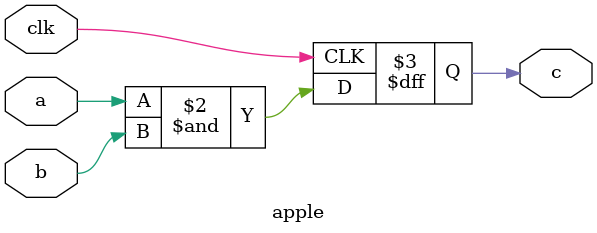
<source format=v>
module apple(
		input wire a,
		input wire b,
		input wire clk,
		output reg c
	);

	always @(posedge clk)begin 
		c <= a & b;
	end

endmodule

</source>
